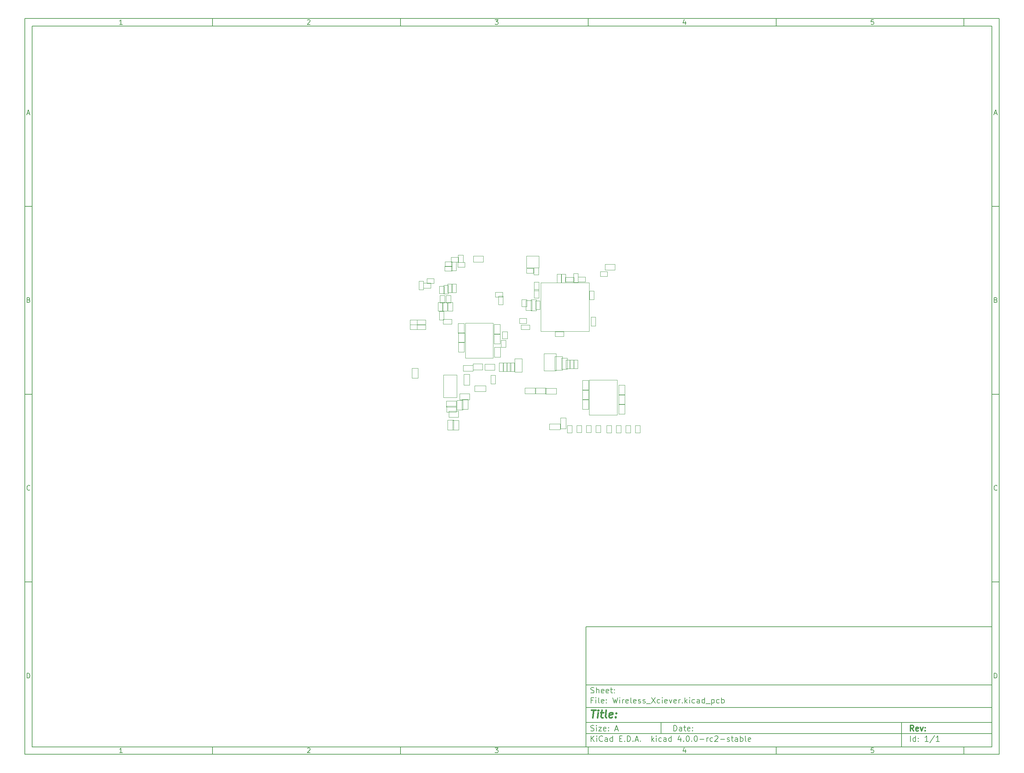
<source format=gbr>
G04 #@! TF.FileFunction,Other,User*
%FSLAX46Y46*%
G04 Gerber Fmt 4.6, Leading zero omitted, Abs format (unit mm)*
G04 Created by KiCad (PCBNEW 4.0.0-rc2-stable) date 1/25/2016 6:21:02 PM*
%MOMM*%
G01*
G04 APERTURE LIST*
%ADD10C,0.100000*%
%ADD11C,0.150000*%
%ADD12C,0.300000*%
%ADD13C,0.400000*%
%ADD14C,0.050000*%
G04 APERTURE END LIST*
D10*
D11*
X159400000Y-171900000D02*
X159400000Y-203900000D01*
X267400000Y-203900000D01*
X267400000Y-171900000D01*
X159400000Y-171900000D01*
D10*
D11*
X10000000Y-10000000D02*
X10000000Y-205900000D01*
X269400000Y-205900000D01*
X269400000Y-10000000D01*
X10000000Y-10000000D01*
D10*
D11*
X12000000Y-12000000D02*
X12000000Y-203900000D01*
X267400000Y-203900000D01*
X267400000Y-12000000D01*
X12000000Y-12000000D01*
D10*
D11*
X60000000Y-12000000D02*
X60000000Y-10000000D01*
D10*
D11*
X110000000Y-12000000D02*
X110000000Y-10000000D01*
D10*
D11*
X160000000Y-12000000D02*
X160000000Y-10000000D01*
D10*
D11*
X210000000Y-12000000D02*
X210000000Y-10000000D01*
D10*
D11*
X260000000Y-12000000D02*
X260000000Y-10000000D01*
D10*
D11*
X35990476Y-11588095D02*
X35247619Y-11588095D01*
X35619048Y-11588095D02*
X35619048Y-10288095D01*
X35495238Y-10473810D01*
X35371429Y-10597619D01*
X35247619Y-10659524D01*
D10*
D11*
X85247619Y-10411905D02*
X85309524Y-10350000D01*
X85433333Y-10288095D01*
X85742857Y-10288095D01*
X85866667Y-10350000D01*
X85928571Y-10411905D01*
X85990476Y-10535714D01*
X85990476Y-10659524D01*
X85928571Y-10845238D01*
X85185714Y-11588095D01*
X85990476Y-11588095D01*
D10*
D11*
X135185714Y-10288095D02*
X135990476Y-10288095D01*
X135557143Y-10783333D01*
X135742857Y-10783333D01*
X135866667Y-10845238D01*
X135928571Y-10907143D01*
X135990476Y-11030952D01*
X135990476Y-11340476D01*
X135928571Y-11464286D01*
X135866667Y-11526190D01*
X135742857Y-11588095D01*
X135371429Y-11588095D01*
X135247619Y-11526190D01*
X135185714Y-11464286D01*
D10*
D11*
X185866667Y-10721429D02*
X185866667Y-11588095D01*
X185557143Y-10226190D02*
X185247619Y-11154762D01*
X186052381Y-11154762D01*
D10*
D11*
X235928571Y-10288095D02*
X235309524Y-10288095D01*
X235247619Y-10907143D01*
X235309524Y-10845238D01*
X235433333Y-10783333D01*
X235742857Y-10783333D01*
X235866667Y-10845238D01*
X235928571Y-10907143D01*
X235990476Y-11030952D01*
X235990476Y-11340476D01*
X235928571Y-11464286D01*
X235866667Y-11526190D01*
X235742857Y-11588095D01*
X235433333Y-11588095D01*
X235309524Y-11526190D01*
X235247619Y-11464286D01*
D10*
D11*
X60000000Y-203900000D02*
X60000000Y-205900000D01*
D10*
D11*
X110000000Y-203900000D02*
X110000000Y-205900000D01*
D10*
D11*
X160000000Y-203900000D02*
X160000000Y-205900000D01*
D10*
D11*
X210000000Y-203900000D02*
X210000000Y-205900000D01*
D10*
D11*
X260000000Y-203900000D02*
X260000000Y-205900000D01*
D10*
D11*
X35990476Y-205488095D02*
X35247619Y-205488095D01*
X35619048Y-205488095D02*
X35619048Y-204188095D01*
X35495238Y-204373810D01*
X35371429Y-204497619D01*
X35247619Y-204559524D01*
D10*
D11*
X85247619Y-204311905D02*
X85309524Y-204250000D01*
X85433333Y-204188095D01*
X85742857Y-204188095D01*
X85866667Y-204250000D01*
X85928571Y-204311905D01*
X85990476Y-204435714D01*
X85990476Y-204559524D01*
X85928571Y-204745238D01*
X85185714Y-205488095D01*
X85990476Y-205488095D01*
D10*
D11*
X135185714Y-204188095D02*
X135990476Y-204188095D01*
X135557143Y-204683333D01*
X135742857Y-204683333D01*
X135866667Y-204745238D01*
X135928571Y-204807143D01*
X135990476Y-204930952D01*
X135990476Y-205240476D01*
X135928571Y-205364286D01*
X135866667Y-205426190D01*
X135742857Y-205488095D01*
X135371429Y-205488095D01*
X135247619Y-205426190D01*
X135185714Y-205364286D01*
D10*
D11*
X185866667Y-204621429D02*
X185866667Y-205488095D01*
X185557143Y-204126190D02*
X185247619Y-205054762D01*
X186052381Y-205054762D01*
D10*
D11*
X235928571Y-204188095D02*
X235309524Y-204188095D01*
X235247619Y-204807143D01*
X235309524Y-204745238D01*
X235433333Y-204683333D01*
X235742857Y-204683333D01*
X235866667Y-204745238D01*
X235928571Y-204807143D01*
X235990476Y-204930952D01*
X235990476Y-205240476D01*
X235928571Y-205364286D01*
X235866667Y-205426190D01*
X235742857Y-205488095D01*
X235433333Y-205488095D01*
X235309524Y-205426190D01*
X235247619Y-205364286D01*
D10*
D11*
X10000000Y-60000000D02*
X12000000Y-60000000D01*
D10*
D11*
X10000000Y-110000000D02*
X12000000Y-110000000D01*
D10*
D11*
X10000000Y-160000000D02*
X12000000Y-160000000D01*
D10*
D11*
X10690476Y-35216667D02*
X11309524Y-35216667D01*
X10566667Y-35588095D02*
X11000000Y-34288095D01*
X11433333Y-35588095D01*
D10*
D11*
X11092857Y-84907143D02*
X11278571Y-84969048D01*
X11340476Y-85030952D01*
X11402381Y-85154762D01*
X11402381Y-85340476D01*
X11340476Y-85464286D01*
X11278571Y-85526190D01*
X11154762Y-85588095D01*
X10659524Y-85588095D01*
X10659524Y-84288095D01*
X11092857Y-84288095D01*
X11216667Y-84350000D01*
X11278571Y-84411905D01*
X11340476Y-84535714D01*
X11340476Y-84659524D01*
X11278571Y-84783333D01*
X11216667Y-84845238D01*
X11092857Y-84907143D01*
X10659524Y-84907143D01*
D10*
D11*
X11402381Y-135464286D02*
X11340476Y-135526190D01*
X11154762Y-135588095D01*
X11030952Y-135588095D01*
X10845238Y-135526190D01*
X10721429Y-135402381D01*
X10659524Y-135278571D01*
X10597619Y-135030952D01*
X10597619Y-134845238D01*
X10659524Y-134597619D01*
X10721429Y-134473810D01*
X10845238Y-134350000D01*
X11030952Y-134288095D01*
X11154762Y-134288095D01*
X11340476Y-134350000D01*
X11402381Y-134411905D01*
D10*
D11*
X10659524Y-185588095D02*
X10659524Y-184288095D01*
X10969048Y-184288095D01*
X11154762Y-184350000D01*
X11278571Y-184473810D01*
X11340476Y-184597619D01*
X11402381Y-184845238D01*
X11402381Y-185030952D01*
X11340476Y-185278571D01*
X11278571Y-185402381D01*
X11154762Y-185526190D01*
X10969048Y-185588095D01*
X10659524Y-185588095D01*
D10*
D11*
X269400000Y-60000000D02*
X267400000Y-60000000D01*
D10*
D11*
X269400000Y-110000000D02*
X267400000Y-110000000D01*
D10*
D11*
X269400000Y-160000000D02*
X267400000Y-160000000D01*
D10*
D11*
X268090476Y-35216667D02*
X268709524Y-35216667D01*
X267966667Y-35588095D02*
X268400000Y-34288095D01*
X268833333Y-35588095D01*
D10*
D11*
X268492857Y-84907143D02*
X268678571Y-84969048D01*
X268740476Y-85030952D01*
X268802381Y-85154762D01*
X268802381Y-85340476D01*
X268740476Y-85464286D01*
X268678571Y-85526190D01*
X268554762Y-85588095D01*
X268059524Y-85588095D01*
X268059524Y-84288095D01*
X268492857Y-84288095D01*
X268616667Y-84350000D01*
X268678571Y-84411905D01*
X268740476Y-84535714D01*
X268740476Y-84659524D01*
X268678571Y-84783333D01*
X268616667Y-84845238D01*
X268492857Y-84907143D01*
X268059524Y-84907143D01*
D10*
D11*
X268802381Y-135464286D02*
X268740476Y-135526190D01*
X268554762Y-135588095D01*
X268430952Y-135588095D01*
X268245238Y-135526190D01*
X268121429Y-135402381D01*
X268059524Y-135278571D01*
X267997619Y-135030952D01*
X267997619Y-134845238D01*
X268059524Y-134597619D01*
X268121429Y-134473810D01*
X268245238Y-134350000D01*
X268430952Y-134288095D01*
X268554762Y-134288095D01*
X268740476Y-134350000D01*
X268802381Y-134411905D01*
D10*
D11*
X268059524Y-185588095D02*
X268059524Y-184288095D01*
X268369048Y-184288095D01*
X268554762Y-184350000D01*
X268678571Y-184473810D01*
X268740476Y-184597619D01*
X268802381Y-184845238D01*
X268802381Y-185030952D01*
X268740476Y-185278571D01*
X268678571Y-185402381D01*
X268554762Y-185526190D01*
X268369048Y-185588095D01*
X268059524Y-185588095D01*
D10*
D11*
X182757143Y-199678571D02*
X182757143Y-198178571D01*
X183114286Y-198178571D01*
X183328571Y-198250000D01*
X183471429Y-198392857D01*
X183542857Y-198535714D01*
X183614286Y-198821429D01*
X183614286Y-199035714D01*
X183542857Y-199321429D01*
X183471429Y-199464286D01*
X183328571Y-199607143D01*
X183114286Y-199678571D01*
X182757143Y-199678571D01*
X184900000Y-199678571D02*
X184900000Y-198892857D01*
X184828571Y-198750000D01*
X184685714Y-198678571D01*
X184400000Y-198678571D01*
X184257143Y-198750000D01*
X184900000Y-199607143D02*
X184757143Y-199678571D01*
X184400000Y-199678571D01*
X184257143Y-199607143D01*
X184185714Y-199464286D01*
X184185714Y-199321429D01*
X184257143Y-199178571D01*
X184400000Y-199107143D01*
X184757143Y-199107143D01*
X184900000Y-199035714D01*
X185400000Y-198678571D02*
X185971429Y-198678571D01*
X185614286Y-198178571D02*
X185614286Y-199464286D01*
X185685714Y-199607143D01*
X185828572Y-199678571D01*
X185971429Y-199678571D01*
X187042857Y-199607143D02*
X186900000Y-199678571D01*
X186614286Y-199678571D01*
X186471429Y-199607143D01*
X186400000Y-199464286D01*
X186400000Y-198892857D01*
X186471429Y-198750000D01*
X186614286Y-198678571D01*
X186900000Y-198678571D01*
X187042857Y-198750000D01*
X187114286Y-198892857D01*
X187114286Y-199035714D01*
X186400000Y-199178571D01*
X187757143Y-199535714D02*
X187828571Y-199607143D01*
X187757143Y-199678571D01*
X187685714Y-199607143D01*
X187757143Y-199535714D01*
X187757143Y-199678571D01*
X187757143Y-198750000D02*
X187828571Y-198821429D01*
X187757143Y-198892857D01*
X187685714Y-198821429D01*
X187757143Y-198750000D01*
X187757143Y-198892857D01*
D10*
D11*
X159400000Y-200400000D02*
X267400000Y-200400000D01*
D10*
D11*
X160757143Y-202478571D02*
X160757143Y-200978571D01*
X161614286Y-202478571D02*
X160971429Y-201621429D01*
X161614286Y-200978571D02*
X160757143Y-201835714D01*
X162257143Y-202478571D02*
X162257143Y-201478571D01*
X162257143Y-200978571D02*
X162185714Y-201050000D01*
X162257143Y-201121429D01*
X162328571Y-201050000D01*
X162257143Y-200978571D01*
X162257143Y-201121429D01*
X163828572Y-202335714D02*
X163757143Y-202407143D01*
X163542857Y-202478571D01*
X163400000Y-202478571D01*
X163185715Y-202407143D01*
X163042857Y-202264286D01*
X162971429Y-202121429D01*
X162900000Y-201835714D01*
X162900000Y-201621429D01*
X162971429Y-201335714D01*
X163042857Y-201192857D01*
X163185715Y-201050000D01*
X163400000Y-200978571D01*
X163542857Y-200978571D01*
X163757143Y-201050000D01*
X163828572Y-201121429D01*
X165114286Y-202478571D02*
X165114286Y-201692857D01*
X165042857Y-201550000D01*
X164900000Y-201478571D01*
X164614286Y-201478571D01*
X164471429Y-201550000D01*
X165114286Y-202407143D02*
X164971429Y-202478571D01*
X164614286Y-202478571D01*
X164471429Y-202407143D01*
X164400000Y-202264286D01*
X164400000Y-202121429D01*
X164471429Y-201978571D01*
X164614286Y-201907143D01*
X164971429Y-201907143D01*
X165114286Y-201835714D01*
X166471429Y-202478571D02*
X166471429Y-200978571D01*
X166471429Y-202407143D02*
X166328572Y-202478571D01*
X166042858Y-202478571D01*
X165900000Y-202407143D01*
X165828572Y-202335714D01*
X165757143Y-202192857D01*
X165757143Y-201764286D01*
X165828572Y-201621429D01*
X165900000Y-201550000D01*
X166042858Y-201478571D01*
X166328572Y-201478571D01*
X166471429Y-201550000D01*
X168328572Y-201692857D02*
X168828572Y-201692857D01*
X169042858Y-202478571D02*
X168328572Y-202478571D01*
X168328572Y-200978571D01*
X169042858Y-200978571D01*
X169685715Y-202335714D02*
X169757143Y-202407143D01*
X169685715Y-202478571D01*
X169614286Y-202407143D01*
X169685715Y-202335714D01*
X169685715Y-202478571D01*
X170400001Y-202478571D02*
X170400001Y-200978571D01*
X170757144Y-200978571D01*
X170971429Y-201050000D01*
X171114287Y-201192857D01*
X171185715Y-201335714D01*
X171257144Y-201621429D01*
X171257144Y-201835714D01*
X171185715Y-202121429D01*
X171114287Y-202264286D01*
X170971429Y-202407143D01*
X170757144Y-202478571D01*
X170400001Y-202478571D01*
X171900001Y-202335714D02*
X171971429Y-202407143D01*
X171900001Y-202478571D01*
X171828572Y-202407143D01*
X171900001Y-202335714D01*
X171900001Y-202478571D01*
X172542858Y-202050000D02*
X173257144Y-202050000D01*
X172400001Y-202478571D02*
X172900001Y-200978571D01*
X173400001Y-202478571D01*
X173900001Y-202335714D02*
X173971429Y-202407143D01*
X173900001Y-202478571D01*
X173828572Y-202407143D01*
X173900001Y-202335714D01*
X173900001Y-202478571D01*
X176900001Y-202478571D02*
X176900001Y-200978571D01*
X177042858Y-201907143D02*
X177471429Y-202478571D01*
X177471429Y-201478571D02*
X176900001Y-202050000D01*
X178114287Y-202478571D02*
X178114287Y-201478571D01*
X178114287Y-200978571D02*
X178042858Y-201050000D01*
X178114287Y-201121429D01*
X178185715Y-201050000D01*
X178114287Y-200978571D01*
X178114287Y-201121429D01*
X179471430Y-202407143D02*
X179328573Y-202478571D01*
X179042859Y-202478571D01*
X178900001Y-202407143D01*
X178828573Y-202335714D01*
X178757144Y-202192857D01*
X178757144Y-201764286D01*
X178828573Y-201621429D01*
X178900001Y-201550000D01*
X179042859Y-201478571D01*
X179328573Y-201478571D01*
X179471430Y-201550000D01*
X180757144Y-202478571D02*
X180757144Y-201692857D01*
X180685715Y-201550000D01*
X180542858Y-201478571D01*
X180257144Y-201478571D01*
X180114287Y-201550000D01*
X180757144Y-202407143D02*
X180614287Y-202478571D01*
X180257144Y-202478571D01*
X180114287Y-202407143D01*
X180042858Y-202264286D01*
X180042858Y-202121429D01*
X180114287Y-201978571D01*
X180257144Y-201907143D01*
X180614287Y-201907143D01*
X180757144Y-201835714D01*
X182114287Y-202478571D02*
X182114287Y-200978571D01*
X182114287Y-202407143D02*
X181971430Y-202478571D01*
X181685716Y-202478571D01*
X181542858Y-202407143D01*
X181471430Y-202335714D01*
X181400001Y-202192857D01*
X181400001Y-201764286D01*
X181471430Y-201621429D01*
X181542858Y-201550000D01*
X181685716Y-201478571D01*
X181971430Y-201478571D01*
X182114287Y-201550000D01*
X184614287Y-201478571D02*
X184614287Y-202478571D01*
X184257144Y-200907143D02*
X183900001Y-201978571D01*
X184828573Y-201978571D01*
X185400001Y-202335714D02*
X185471429Y-202407143D01*
X185400001Y-202478571D01*
X185328572Y-202407143D01*
X185400001Y-202335714D01*
X185400001Y-202478571D01*
X186400001Y-200978571D02*
X186542858Y-200978571D01*
X186685715Y-201050000D01*
X186757144Y-201121429D01*
X186828573Y-201264286D01*
X186900001Y-201550000D01*
X186900001Y-201907143D01*
X186828573Y-202192857D01*
X186757144Y-202335714D01*
X186685715Y-202407143D01*
X186542858Y-202478571D01*
X186400001Y-202478571D01*
X186257144Y-202407143D01*
X186185715Y-202335714D01*
X186114287Y-202192857D01*
X186042858Y-201907143D01*
X186042858Y-201550000D01*
X186114287Y-201264286D01*
X186185715Y-201121429D01*
X186257144Y-201050000D01*
X186400001Y-200978571D01*
X187542858Y-202335714D02*
X187614286Y-202407143D01*
X187542858Y-202478571D01*
X187471429Y-202407143D01*
X187542858Y-202335714D01*
X187542858Y-202478571D01*
X188542858Y-200978571D02*
X188685715Y-200978571D01*
X188828572Y-201050000D01*
X188900001Y-201121429D01*
X188971430Y-201264286D01*
X189042858Y-201550000D01*
X189042858Y-201907143D01*
X188971430Y-202192857D01*
X188900001Y-202335714D01*
X188828572Y-202407143D01*
X188685715Y-202478571D01*
X188542858Y-202478571D01*
X188400001Y-202407143D01*
X188328572Y-202335714D01*
X188257144Y-202192857D01*
X188185715Y-201907143D01*
X188185715Y-201550000D01*
X188257144Y-201264286D01*
X188328572Y-201121429D01*
X188400001Y-201050000D01*
X188542858Y-200978571D01*
X189685715Y-201907143D02*
X190828572Y-201907143D01*
X191542858Y-202478571D02*
X191542858Y-201478571D01*
X191542858Y-201764286D02*
X191614286Y-201621429D01*
X191685715Y-201550000D01*
X191828572Y-201478571D01*
X191971429Y-201478571D01*
X193114286Y-202407143D02*
X192971429Y-202478571D01*
X192685715Y-202478571D01*
X192542857Y-202407143D01*
X192471429Y-202335714D01*
X192400000Y-202192857D01*
X192400000Y-201764286D01*
X192471429Y-201621429D01*
X192542857Y-201550000D01*
X192685715Y-201478571D01*
X192971429Y-201478571D01*
X193114286Y-201550000D01*
X193685714Y-201121429D02*
X193757143Y-201050000D01*
X193900000Y-200978571D01*
X194257143Y-200978571D01*
X194400000Y-201050000D01*
X194471429Y-201121429D01*
X194542857Y-201264286D01*
X194542857Y-201407143D01*
X194471429Y-201621429D01*
X193614286Y-202478571D01*
X194542857Y-202478571D01*
X195185714Y-201907143D02*
X196328571Y-201907143D01*
X196971428Y-202407143D02*
X197114285Y-202478571D01*
X197400000Y-202478571D01*
X197542857Y-202407143D01*
X197614285Y-202264286D01*
X197614285Y-202192857D01*
X197542857Y-202050000D01*
X197400000Y-201978571D01*
X197185714Y-201978571D01*
X197042857Y-201907143D01*
X196971428Y-201764286D01*
X196971428Y-201692857D01*
X197042857Y-201550000D01*
X197185714Y-201478571D01*
X197400000Y-201478571D01*
X197542857Y-201550000D01*
X198042857Y-201478571D02*
X198614286Y-201478571D01*
X198257143Y-200978571D02*
X198257143Y-202264286D01*
X198328571Y-202407143D01*
X198471429Y-202478571D01*
X198614286Y-202478571D01*
X199757143Y-202478571D02*
X199757143Y-201692857D01*
X199685714Y-201550000D01*
X199542857Y-201478571D01*
X199257143Y-201478571D01*
X199114286Y-201550000D01*
X199757143Y-202407143D02*
X199614286Y-202478571D01*
X199257143Y-202478571D01*
X199114286Y-202407143D01*
X199042857Y-202264286D01*
X199042857Y-202121429D01*
X199114286Y-201978571D01*
X199257143Y-201907143D01*
X199614286Y-201907143D01*
X199757143Y-201835714D01*
X200471429Y-202478571D02*
X200471429Y-200978571D01*
X200471429Y-201550000D02*
X200614286Y-201478571D01*
X200900000Y-201478571D01*
X201042857Y-201550000D01*
X201114286Y-201621429D01*
X201185715Y-201764286D01*
X201185715Y-202192857D01*
X201114286Y-202335714D01*
X201042857Y-202407143D01*
X200900000Y-202478571D01*
X200614286Y-202478571D01*
X200471429Y-202407143D01*
X202042858Y-202478571D02*
X201900000Y-202407143D01*
X201828572Y-202264286D01*
X201828572Y-200978571D01*
X203185714Y-202407143D02*
X203042857Y-202478571D01*
X202757143Y-202478571D01*
X202614286Y-202407143D01*
X202542857Y-202264286D01*
X202542857Y-201692857D01*
X202614286Y-201550000D01*
X202757143Y-201478571D01*
X203042857Y-201478571D01*
X203185714Y-201550000D01*
X203257143Y-201692857D01*
X203257143Y-201835714D01*
X202542857Y-201978571D01*
D10*
D11*
X159400000Y-197400000D02*
X267400000Y-197400000D01*
D10*
D12*
X246614286Y-199678571D02*
X246114286Y-198964286D01*
X245757143Y-199678571D02*
X245757143Y-198178571D01*
X246328571Y-198178571D01*
X246471429Y-198250000D01*
X246542857Y-198321429D01*
X246614286Y-198464286D01*
X246614286Y-198678571D01*
X246542857Y-198821429D01*
X246471429Y-198892857D01*
X246328571Y-198964286D01*
X245757143Y-198964286D01*
X247828571Y-199607143D02*
X247685714Y-199678571D01*
X247400000Y-199678571D01*
X247257143Y-199607143D01*
X247185714Y-199464286D01*
X247185714Y-198892857D01*
X247257143Y-198750000D01*
X247400000Y-198678571D01*
X247685714Y-198678571D01*
X247828571Y-198750000D01*
X247900000Y-198892857D01*
X247900000Y-199035714D01*
X247185714Y-199178571D01*
X248400000Y-198678571D02*
X248757143Y-199678571D01*
X249114285Y-198678571D01*
X249685714Y-199535714D02*
X249757142Y-199607143D01*
X249685714Y-199678571D01*
X249614285Y-199607143D01*
X249685714Y-199535714D01*
X249685714Y-199678571D01*
X249685714Y-198750000D02*
X249757142Y-198821429D01*
X249685714Y-198892857D01*
X249614285Y-198821429D01*
X249685714Y-198750000D01*
X249685714Y-198892857D01*
D10*
D11*
X160685714Y-199607143D02*
X160900000Y-199678571D01*
X161257143Y-199678571D01*
X161400000Y-199607143D01*
X161471429Y-199535714D01*
X161542857Y-199392857D01*
X161542857Y-199250000D01*
X161471429Y-199107143D01*
X161400000Y-199035714D01*
X161257143Y-198964286D01*
X160971429Y-198892857D01*
X160828571Y-198821429D01*
X160757143Y-198750000D01*
X160685714Y-198607143D01*
X160685714Y-198464286D01*
X160757143Y-198321429D01*
X160828571Y-198250000D01*
X160971429Y-198178571D01*
X161328571Y-198178571D01*
X161542857Y-198250000D01*
X162185714Y-199678571D02*
X162185714Y-198678571D01*
X162185714Y-198178571D02*
X162114285Y-198250000D01*
X162185714Y-198321429D01*
X162257142Y-198250000D01*
X162185714Y-198178571D01*
X162185714Y-198321429D01*
X162757143Y-198678571D02*
X163542857Y-198678571D01*
X162757143Y-199678571D01*
X163542857Y-199678571D01*
X164685714Y-199607143D02*
X164542857Y-199678571D01*
X164257143Y-199678571D01*
X164114286Y-199607143D01*
X164042857Y-199464286D01*
X164042857Y-198892857D01*
X164114286Y-198750000D01*
X164257143Y-198678571D01*
X164542857Y-198678571D01*
X164685714Y-198750000D01*
X164757143Y-198892857D01*
X164757143Y-199035714D01*
X164042857Y-199178571D01*
X165400000Y-199535714D02*
X165471428Y-199607143D01*
X165400000Y-199678571D01*
X165328571Y-199607143D01*
X165400000Y-199535714D01*
X165400000Y-199678571D01*
X165400000Y-198750000D02*
X165471428Y-198821429D01*
X165400000Y-198892857D01*
X165328571Y-198821429D01*
X165400000Y-198750000D01*
X165400000Y-198892857D01*
X167185714Y-199250000D02*
X167900000Y-199250000D01*
X167042857Y-199678571D02*
X167542857Y-198178571D01*
X168042857Y-199678571D01*
D10*
D11*
X245757143Y-202478571D02*
X245757143Y-200978571D01*
X247114286Y-202478571D02*
X247114286Y-200978571D01*
X247114286Y-202407143D02*
X246971429Y-202478571D01*
X246685715Y-202478571D01*
X246542857Y-202407143D01*
X246471429Y-202335714D01*
X246400000Y-202192857D01*
X246400000Y-201764286D01*
X246471429Y-201621429D01*
X246542857Y-201550000D01*
X246685715Y-201478571D01*
X246971429Y-201478571D01*
X247114286Y-201550000D01*
X247828572Y-202335714D02*
X247900000Y-202407143D01*
X247828572Y-202478571D01*
X247757143Y-202407143D01*
X247828572Y-202335714D01*
X247828572Y-202478571D01*
X247828572Y-201550000D02*
X247900000Y-201621429D01*
X247828572Y-201692857D01*
X247757143Y-201621429D01*
X247828572Y-201550000D01*
X247828572Y-201692857D01*
X250471429Y-202478571D02*
X249614286Y-202478571D01*
X250042858Y-202478571D02*
X250042858Y-200978571D01*
X249900001Y-201192857D01*
X249757143Y-201335714D01*
X249614286Y-201407143D01*
X252185714Y-200907143D02*
X250900000Y-202835714D01*
X253471429Y-202478571D02*
X252614286Y-202478571D01*
X253042858Y-202478571D02*
X253042858Y-200978571D01*
X252900001Y-201192857D01*
X252757143Y-201335714D01*
X252614286Y-201407143D01*
D10*
D11*
X159400000Y-193400000D02*
X267400000Y-193400000D01*
D10*
D13*
X160852381Y-194104762D02*
X161995238Y-194104762D01*
X161173810Y-196104762D02*
X161423810Y-194104762D01*
X162411905Y-196104762D02*
X162578571Y-194771429D01*
X162661905Y-194104762D02*
X162554762Y-194200000D01*
X162638095Y-194295238D01*
X162745239Y-194200000D01*
X162661905Y-194104762D01*
X162638095Y-194295238D01*
X163245238Y-194771429D02*
X164007143Y-194771429D01*
X163614286Y-194104762D02*
X163400000Y-195819048D01*
X163471430Y-196009524D01*
X163650001Y-196104762D01*
X163840477Y-196104762D01*
X164792858Y-196104762D02*
X164614287Y-196009524D01*
X164542857Y-195819048D01*
X164757143Y-194104762D01*
X166328572Y-196009524D02*
X166126191Y-196104762D01*
X165745239Y-196104762D01*
X165566667Y-196009524D01*
X165495238Y-195819048D01*
X165590476Y-195057143D01*
X165709524Y-194866667D01*
X165911905Y-194771429D01*
X166292857Y-194771429D01*
X166471429Y-194866667D01*
X166542857Y-195057143D01*
X166519048Y-195247619D01*
X165542857Y-195438095D01*
X167292857Y-195914286D02*
X167376192Y-196009524D01*
X167269048Y-196104762D01*
X167185715Y-196009524D01*
X167292857Y-195914286D01*
X167269048Y-196104762D01*
X167423810Y-194866667D02*
X167507144Y-194961905D01*
X167400000Y-195057143D01*
X167316667Y-194961905D01*
X167423810Y-194866667D01*
X167400000Y-195057143D01*
D10*
D11*
X161257143Y-191492857D02*
X160757143Y-191492857D01*
X160757143Y-192278571D02*
X160757143Y-190778571D01*
X161471429Y-190778571D01*
X162042857Y-192278571D02*
X162042857Y-191278571D01*
X162042857Y-190778571D02*
X161971428Y-190850000D01*
X162042857Y-190921429D01*
X162114285Y-190850000D01*
X162042857Y-190778571D01*
X162042857Y-190921429D01*
X162971429Y-192278571D02*
X162828571Y-192207143D01*
X162757143Y-192064286D01*
X162757143Y-190778571D01*
X164114285Y-192207143D02*
X163971428Y-192278571D01*
X163685714Y-192278571D01*
X163542857Y-192207143D01*
X163471428Y-192064286D01*
X163471428Y-191492857D01*
X163542857Y-191350000D01*
X163685714Y-191278571D01*
X163971428Y-191278571D01*
X164114285Y-191350000D01*
X164185714Y-191492857D01*
X164185714Y-191635714D01*
X163471428Y-191778571D01*
X164828571Y-192135714D02*
X164899999Y-192207143D01*
X164828571Y-192278571D01*
X164757142Y-192207143D01*
X164828571Y-192135714D01*
X164828571Y-192278571D01*
X164828571Y-191350000D02*
X164899999Y-191421429D01*
X164828571Y-191492857D01*
X164757142Y-191421429D01*
X164828571Y-191350000D01*
X164828571Y-191492857D01*
X166542857Y-190778571D02*
X166900000Y-192278571D01*
X167185714Y-191207143D01*
X167471428Y-192278571D01*
X167828571Y-190778571D01*
X168400000Y-192278571D02*
X168400000Y-191278571D01*
X168400000Y-190778571D02*
X168328571Y-190850000D01*
X168400000Y-190921429D01*
X168471428Y-190850000D01*
X168400000Y-190778571D01*
X168400000Y-190921429D01*
X169114286Y-192278571D02*
X169114286Y-191278571D01*
X169114286Y-191564286D02*
X169185714Y-191421429D01*
X169257143Y-191350000D01*
X169400000Y-191278571D01*
X169542857Y-191278571D01*
X170614285Y-192207143D02*
X170471428Y-192278571D01*
X170185714Y-192278571D01*
X170042857Y-192207143D01*
X169971428Y-192064286D01*
X169971428Y-191492857D01*
X170042857Y-191350000D01*
X170185714Y-191278571D01*
X170471428Y-191278571D01*
X170614285Y-191350000D01*
X170685714Y-191492857D01*
X170685714Y-191635714D01*
X169971428Y-191778571D01*
X171542857Y-192278571D02*
X171399999Y-192207143D01*
X171328571Y-192064286D01*
X171328571Y-190778571D01*
X172685713Y-192207143D02*
X172542856Y-192278571D01*
X172257142Y-192278571D01*
X172114285Y-192207143D01*
X172042856Y-192064286D01*
X172042856Y-191492857D01*
X172114285Y-191350000D01*
X172257142Y-191278571D01*
X172542856Y-191278571D01*
X172685713Y-191350000D01*
X172757142Y-191492857D01*
X172757142Y-191635714D01*
X172042856Y-191778571D01*
X173328570Y-192207143D02*
X173471427Y-192278571D01*
X173757142Y-192278571D01*
X173899999Y-192207143D01*
X173971427Y-192064286D01*
X173971427Y-191992857D01*
X173899999Y-191850000D01*
X173757142Y-191778571D01*
X173542856Y-191778571D01*
X173399999Y-191707143D01*
X173328570Y-191564286D01*
X173328570Y-191492857D01*
X173399999Y-191350000D01*
X173542856Y-191278571D01*
X173757142Y-191278571D01*
X173899999Y-191350000D01*
X174542856Y-192207143D02*
X174685713Y-192278571D01*
X174971428Y-192278571D01*
X175114285Y-192207143D01*
X175185713Y-192064286D01*
X175185713Y-191992857D01*
X175114285Y-191850000D01*
X174971428Y-191778571D01*
X174757142Y-191778571D01*
X174614285Y-191707143D01*
X174542856Y-191564286D01*
X174542856Y-191492857D01*
X174614285Y-191350000D01*
X174757142Y-191278571D01*
X174971428Y-191278571D01*
X175114285Y-191350000D01*
X175471428Y-192421429D02*
X176614285Y-192421429D01*
X176828571Y-190778571D02*
X177828571Y-192278571D01*
X177828571Y-190778571D02*
X176828571Y-192278571D01*
X179042856Y-192207143D02*
X178899999Y-192278571D01*
X178614285Y-192278571D01*
X178471427Y-192207143D01*
X178399999Y-192135714D01*
X178328570Y-191992857D01*
X178328570Y-191564286D01*
X178399999Y-191421429D01*
X178471427Y-191350000D01*
X178614285Y-191278571D01*
X178899999Y-191278571D01*
X179042856Y-191350000D01*
X179685713Y-192278571D02*
X179685713Y-191278571D01*
X179685713Y-190778571D02*
X179614284Y-190850000D01*
X179685713Y-190921429D01*
X179757141Y-190850000D01*
X179685713Y-190778571D01*
X179685713Y-190921429D01*
X180971427Y-192207143D02*
X180828570Y-192278571D01*
X180542856Y-192278571D01*
X180399999Y-192207143D01*
X180328570Y-192064286D01*
X180328570Y-191492857D01*
X180399999Y-191350000D01*
X180542856Y-191278571D01*
X180828570Y-191278571D01*
X180971427Y-191350000D01*
X181042856Y-191492857D01*
X181042856Y-191635714D01*
X180328570Y-191778571D01*
X181542856Y-191278571D02*
X181899999Y-192278571D01*
X182257141Y-191278571D01*
X183399998Y-192207143D02*
X183257141Y-192278571D01*
X182971427Y-192278571D01*
X182828570Y-192207143D01*
X182757141Y-192064286D01*
X182757141Y-191492857D01*
X182828570Y-191350000D01*
X182971427Y-191278571D01*
X183257141Y-191278571D01*
X183399998Y-191350000D01*
X183471427Y-191492857D01*
X183471427Y-191635714D01*
X182757141Y-191778571D01*
X184114284Y-192278571D02*
X184114284Y-191278571D01*
X184114284Y-191564286D02*
X184185712Y-191421429D01*
X184257141Y-191350000D01*
X184399998Y-191278571D01*
X184542855Y-191278571D01*
X185042855Y-192135714D02*
X185114283Y-192207143D01*
X185042855Y-192278571D01*
X184971426Y-192207143D01*
X185042855Y-192135714D01*
X185042855Y-192278571D01*
X185757141Y-192278571D02*
X185757141Y-190778571D01*
X185899998Y-191707143D02*
X186328569Y-192278571D01*
X186328569Y-191278571D02*
X185757141Y-191850000D01*
X186971427Y-192278571D02*
X186971427Y-191278571D01*
X186971427Y-190778571D02*
X186899998Y-190850000D01*
X186971427Y-190921429D01*
X187042855Y-190850000D01*
X186971427Y-190778571D01*
X186971427Y-190921429D01*
X188328570Y-192207143D02*
X188185713Y-192278571D01*
X187899999Y-192278571D01*
X187757141Y-192207143D01*
X187685713Y-192135714D01*
X187614284Y-191992857D01*
X187614284Y-191564286D01*
X187685713Y-191421429D01*
X187757141Y-191350000D01*
X187899999Y-191278571D01*
X188185713Y-191278571D01*
X188328570Y-191350000D01*
X189614284Y-192278571D02*
X189614284Y-191492857D01*
X189542855Y-191350000D01*
X189399998Y-191278571D01*
X189114284Y-191278571D01*
X188971427Y-191350000D01*
X189614284Y-192207143D02*
X189471427Y-192278571D01*
X189114284Y-192278571D01*
X188971427Y-192207143D01*
X188899998Y-192064286D01*
X188899998Y-191921429D01*
X188971427Y-191778571D01*
X189114284Y-191707143D01*
X189471427Y-191707143D01*
X189614284Y-191635714D01*
X190971427Y-192278571D02*
X190971427Y-190778571D01*
X190971427Y-192207143D02*
X190828570Y-192278571D01*
X190542856Y-192278571D01*
X190399998Y-192207143D01*
X190328570Y-192135714D01*
X190257141Y-191992857D01*
X190257141Y-191564286D01*
X190328570Y-191421429D01*
X190399998Y-191350000D01*
X190542856Y-191278571D01*
X190828570Y-191278571D01*
X190971427Y-191350000D01*
X191328570Y-192421429D02*
X192471427Y-192421429D01*
X192828570Y-191278571D02*
X192828570Y-192778571D01*
X192828570Y-191350000D02*
X192971427Y-191278571D01*
X193257141Y-191278571D01*
X193399998Y-191350000D01*
X193471427Y-191421429D01*
X193542856Y-191564286D01*
X193542856Y-191992857D01*
X193471427Y-192135714D01*
X193399998Y-192207143D01*
X193257141Y-192278571D01*
X192971427Y-192278571D01*
X192828570Y-192207143D01*
X194828570Y-192207143D02*
X194685713Y-192278571D01*
X194399999Y-192278571D01*
X194257141Y-192207143D01*
X194185713Y-192135714D01*
X194114284Y-191992857D01*
X194114284Y-191564286D01*
X194185713Y-191421429D01*
X194257141Y-191350000D01*
X194399999Y-191278571D01*
X194685713Y-191278571D01*
X194828570Y-191350000D01*
X195471427Y-192278571D02*
X195471427Y-190778571D01*
X195471427Y-191350000D02*
X195614284Y-191278571D01*
X195899998Y-191278571D01*
X196042855Y-191350000D01*
X196114284Y-191421429D01*
X196185713Y-191564286D01*
X196185713Y-191992857D01*
X196114284Y-192135714D01*
X196042855Y-192207143D01*
X195899998Y-192278571D01*
X195614284Y-192278571D01*
X195471427Y-192207143D01*
D10*
D11*
X159400000Y-187400000D02*
X267400000Y-187400000D01*
D10*
D11*
X160685714Y-189507143D02*
X160900000Y-189578571D01*
X161257143Y-189578571D01*
X161400000Y-189507143D01*
X161471429Y-189435714D01*
X161542857Y-189292857D01*
X161542857Y-189150000D01*
X161471429Y-189007143D01*
X161400000Y-188935714D01*
X161257143Y-188864286D01*
X160971429Y-188792857D01*
X160828571Y-188721429D01*
X160757143Y-188650000D01*
X160685714Y-188507143D01*
X160685714Y-188364286D01*
X160757143Y-188221429D01*
X160828571Y-188150000D01*
X160971429Y-188078571D01*
X161328571Y-188078571D01*
X161542857Y-188150000D01*
X162185714Y-189578571D02*
X162185714Y-188078571D01*
X162828571Y-189578571D02*
X162828571Y-188792857D01*
X162757142Y-188650000D01*
X162614285Y-188578571D01*
X162400000Y-188578571D01*
X162257142Y-188650000D01*
X162185714Y-188721429D01*
X164114285Y-189507143D02*
X163971428Y-189578571D01*
X163685714Y-189578571D01*
X163542857Y-189507143D01*
X163471428Y-189364286D01*
X163471428Y-188792857D01*
X163542857Y-188650000D01*
X163685714Y-188578571D01*
X163971428Y-188578571D01*
X164114285Y-188650000D01*
X164185714Y-188792857D01*
X164185714Y-188935714D01*
X163471428Y-189078571D01*
X165399999Y-189507143D02*
X165257142Y-189578571D01*
X164971428Y-189578571D01*
X164828571Y-189507143D01*
X164757142Y-189364286D01*
X164757142Y-188792857D01*
X164828571Y-188650000D01*
X164971428Y-188578571D01*
X165257142Y-188578571D01*
X165399999Y-188650000D01*
X165471428Y-188792857D01*
X165471428Y-188935714D01*
X164757142Y-189078571D01*
X165899999Y-188578571D02*
X166471428Y-188578571D01*
X166114285Y-188078571D02*
X166114285Y-189364286D01*
X166185713Y-189507143D01*
X166328571Y-189578571D01*
X166471428Y-189578571D01*
X166971428Y-189435714D02*
X167042856Y-189507143D01*
X166971428Y-189578571D01*
X166899999Y-189507143D01*
X166971428Y-189435714D01*
X166971428Y-189578571D01*
X166971428Y-188650000D02*
X167042856Y-188721429D01*
X166971428Y-188792857D01*
X166899999Y-188721429D01*
X166971428Y-188650000D01*
X166971428Y-188792857D01*
D10*
D11*
X179400000Y-197400000D02*
X179400000Y-200400000D01*
D10*
D11*
X243400000Y-197400000D02*
X243400000Y-203900000D01*
D14*
X143380000Y-87670000D02*
X143380000Y-85070000D01*
X144980000Y-87670000D02*
X144980000Y-85070000D01*
X143380000Y-87670000D02*
X144980000Y-87670000D01*
X143380000Y-85070000D02*
X144980000Y-85070000D01*
X134905000Y-93995000D02*
X134905000Y-91395000D01*
X136505000Y-93995000D02*
X136505000Y-91395000D01*
X134905000Y-93995000D02*
X136505000Y-93995000D01*
X134905000Y-91395000D02*
X136505000Y-91395000D01*
X125355000Y-93745000D02*
X125355000Y-91145000D01*
X126955000Y-93745000D02*
X126955000Y-91145000D01*
X125355000Y-93745000D02*
X126955000Y-93745000D01*
X125355000Y-91145000D02*
X126955000Y-91145000D01*
X125430000Y-96220000D02*
X125430000Y-93620000D01*
X127030000Y-96220000D02*
X127030000Y-93620000D01*
X125430000Y-96220000D02*
X127030000Y-96220000D01*
X125430000Y-93620000D02*
X127030000Y-93620000D01*
X125405000Y-98795000D02*
X125405000Y-96195000D01*
X127005000Y-98795000D02*
X127005000Y-96195000D01*
X125405000Y-98795000D02*
X127005000Y-98795000D01*
X125405000Y-96195000D02*
X127005000Y-96195000D01*
X134930000Y-96570000D02*
X134930000Y-93970000D01*
X136530000Y-96570000D02*
X136530000Y-93970000D01*
X134930000Y-96570000D02*
X136530000Y-96570000D01*
X134930000Y-93970000D02*
X136530000Y-93970000D01*
X128391765Y-104699591D02*
X128391765Y-107599591D01*
X126891765Y-104699591D02*
X126891765Y-107599591D01*
X128391765Y-104699591D02*
X126891765Y-104699591D01*
X128391765Y-107599591D02*
X126891765Y-107599591D01*
X129330000Y-103895000D02*
X126730000Y-103895000D01*
X129330000Y-102295000D02*
X126730000Y-102295000D01*
X129330000Y-103895000D02*
X129330000Y-102295000D01*
X126730000Y-103895000D02*
X126730000Y-102295000D01*
X131899843Y-103544269D02*
X129299843Y-103544269D01*
X131899843Y-101944269D02*
X129299843Y-101944269D01*
X131899843Y-103544269D02*
X131899843Y-101944269D01*
X129299843Y-103544269D02*
X129299843Y-101944269D01*
X132480000Y-101995000D02*
X135080000Y-101995000D01*
X132480000Y-103595000D02*
X135080000Y-103595000D01*
X132480000Y-101995000D02*
X132480000Y-103595000D01*
X135080000Y-101995000D02*
X135080000Y-103595000D01*
X134980000Y-100095000D02*
X134980000Y-97495000D01*
X136580000Y-100095000D02*
X136580000Y-97495000D01*
X134980000Y-100095000D02*
X136580000Y-100095000D01*
X134980000Y-97495000D02*
X136580000Y-97495000D01*
X158455000Y-113995000D02*
X158455000Y-111395000D01*
X160055000Y-113995000D02*
X160055000Y-111395000D01*
X158455000Y-113995000D02*
X160055000Y-113995000D01*
X158455000Y-111395000D02*
X160055000Y-111395000D01*
X168105000Y-115270000D02*
X168105000Y-112670000D01*
X169705000Y-115270000D02*
X169705000Y-112670000D01*
X168105000Y-115270000D02*
X169705000Y-115270000D01*
X168105000Y-112670000D02*
X169705000Y-112670000D01*
X168105000Y-112720000D02*
X168105000Y-110120000D01*
X169705000Y-112720000D02*
X169705000Y-110120000D01*
X168105000Y-112720000D02*
X169705000Y-112720000D01*
X168105000Y-110120000D02*
X169705000Y-110120000D01*
X158455000Y-108920000D02*
X158455000Y-106320000D01*
X160055000Y-108920000D02*
X160055000Y-106320000D01*
X158455000Y-108920000D02*
X160055000Y-108920000D01*
X158455000Y-106320000D02*
X160055000Y-106320000D01*
X158455000Y-111445000D02*
X158455000Y-108845000D01*
X160055000Y-111445000D02*
X160055000Y-108845000D01*
X158455000Y-111445000D02*
X160055000Y-111445000D01*
X158455000Y-108845000D02*
X160055000Y-108845000D01*
X168105000Y-110170000D02*
X168105000Y-107570000D01*
X169705000Y-110170000D02*
X169705000Y-107570000D01*
X168105000Y-110170000D02*
X169705000Y-110170000D01*
X168105000Y-107570000D02*
X169705000Y-107570000D01*
X160258535Y-106250423D02*
X160258535Y-115550423D01*
X167658535Y-106250423D02*
X167658535Y-115550423D01*
X160258535Y-106250423D02*
X167658535Y-106250423D01*
X160258535Y-115550423D02*
X167658535Y-115550423D01*
X127305000Y-91060000D02*
X127305000Y-100360000D01*
X134705000Y-91060000D02*
X134705000Y-100360000D01*
X127305000Y-91060000D02*
X134705000Y-91060000D01*
X127305000Y-100360000D02*
X134705000Y-100360000D01*
X132691765Y-109274591D02*
X129791765Y-109274591D01*
X132691765Y-107774591D02*
X129791765Y-107774591D01*
X132691765Y-109274591D02*
X132691765Y-107774591D01*
X129791765Y-109274591D02*
X129791765Y-107774591D01*
X123920725Y-119542729D02*
X123920725Y-116942729D01*
X125520725Y-119542729D02*
X125520725Y-116942729D01*
X123920725Y-119542729D02*
X125520725Y-119542729D01*
X123920725Y-116942729D02*
X125520725Y-116942729D01*
X122545725Y-119517729D02*
X122545725Y-116917729D01*
X124145725Y-119517729D02*
X124145725Y-116917729D01*
X122545725Y-119517729D02*
X124145725Y-119517729D01*
X122545725Y-116917729D02*
X124145725Y-116917729D01*
X114680000Y-103095000D02*
X114680000Y-105695000D01*
X113080000Y-103095000D02*
X113080000Y-105695000D01*
X114680000Y-103095000D02*
X113080000Y-103095000D01*
X114680000Y-105695000D02*
X113080000Y-105695000D01*
X124995725Y-110917729D02*
X124995725Y-104867729D01*
X121495725Y-110917729D02*
X121495725Y-104867729D01*
X124995725Y-110917729D02*
X121495725Y-110917729D01*
X124995725Y-104867729D02*
X121495725Y-104867729D01*
X129455000Y-73195000D02*
X132055000Y-73195000D01*
X129455000Y-74795000D02*
X132055000Y-74795000D01*
X129455000Y-73195000D02*
X129455000Y-74795000D01*
X132055000Y-73195000D02*
X132055000Y-74795000D01*
X143530000Y-73168220D02*
X146830000Y-73168220D01*
X146830000Y-73168220D02*
X146830000Y-76368220D01*
X146830000Y-76368220D02*
X143530000Y-76368220D01*
X143530000Y-76368220D02*
X143530000Y-73168220D01*
X124870725Y-114742729D02*
X122270725Y-114742729D01*
X124870725Y-113142729D02*
X122270725Y-113142729D01*
X124870725Y-114742729D02*
X124870725Y-113142729D01*
X122270725Y-114742729D02*
X122270725Y-113142729D01*
X127995725Y-111417729D02*
X127995725Y-114017729D01*
X126395725Y-111417729D02*
X126395725Y-114017729D01*
X127995725Y-111417729D02*
X126395725Y-111417729D01*
X127995725Y-114017729D02*
X126395725Y-114017729D01*
X124845725Y-113392729D02*
X122245725Y-113392729D01*
X124845725Y-111792729D02*
X122245725Y-111792729D01*
X124845725Y-113392729D02*
X124845725Y-111792729D01*
X122245725Y-113392729D02*
X122245725Y-111792729D01*
X122870725Y-114542729D02*
X125470725Y-114542729D01*
X122870725Y-116142729D02*
X125470725Y-116142729D01*
X122870725Y-114542729D02*
X122870725Y-116142729D01*
X125470725Y-114542729D02*
X125470725Y-116142729D01*
X147335000Y-80340000D02*
X147335000Y-93240000D01*
X160235000Y-80340000D02*
X160235000Y-93240000D01*
X147335000Y-80340000D02*
X160235000Y-80340000D01*
X147335000Y-93240000D02*
X160235000Y-93240000D01*
X151405000Y-99195000D02*
X151405000Y-103795000D01*
X148205000Y-99195000D02*
X148205000Y-103795000D01*
X151405000Y-99195000D02*
X148205000Y-99195000D01*
X151405000Y-103795000D02*
X148205000Y-103795000D01*
X125020725Y-114217729D02*
X125020725Y-111617729D01*
X126620725Y-114217729D02*
X126620725Y-111617729D01*
X125020725Y-114217729D02*
X126620725Y-114217729D01*
X125020725Y-111617729D02*
X126620725Y-111617729D01*
X164455000Y-75370000D02*
X167055000Y-75370000D01*
X164455000Y-76970000D02*
X167055000Y-76970000D01*
X164455000Y-75370000D02*
X164455000Y-76970000D01*
X167055000Y-75370000D02*
X167055000Y-76970000D01*
X125795725Y-109892729D02*
X128395725Y-109892729D01*
X125795725Y-111492729D02*
X128395725Y-111492729D01*
X125795725Y-109892729D02*
X125795725Y-111492729D01*
X128395725Y-109892729D02*
X128395725Y-111492729D01*
X134066765Y-107274591D02*
X134066765Y-104974591D01*
X135266765Y-107274591D02*
X135266765Y-104974591D01*
X134066765Y-107274591D02*
X135266765Y-107274591D01*
X134066765Y-104974591D02*
X135266765Y-104974591D01*
X153130000Y-99995000D02*
X153130000Y-103595000D01*
X151130000Y-99995000D02*
X151130000Y-103595000D01*
X153130000Y-99995000D02*
X151130000Y-99995000D01*
X153130000Y-103595000D02*
X151130000Y-103595000D01*
X154355000Y-100420000D02*
X154355000Y-103320000D01*
X152855000Y-100420000D02*
X152855000Y-103320000D01*
X154355000Y-100420000D02*
X152855000Y-100420000D01*
X154355000Y-103320000D02*
X152855000Y-103320000D01*
X155280000Y-100895000D02*
X155280000Y-103195000D01*
X154080000Y-100895000D02*
X154080000Y-103195000D01*
X155280000Y-100895000D02*
X154080000Y-100895000D01*
X155280000Y-103195000D02*
X154080000Y-103195000D01*
X156230000Y-100895000D02*
X156230000Y-103195000D01*
X155030000Y-100895000D02*
X155030000Y-103195000D01*
X156230000Y-100895000D02*
X155030000Y-100895000D01*
X156230000Y-103195000D02*
X155030000Y-103195000D01*
X157180000Y-100895000D02*
X157180000Y-103195000D01*
X155980000Y-100895000D02*
X155980000Y-103195000D01*
X157180000Y-100895000D02*
X155980000Y-100895000D01*
X157180000Y-103195000D02*
X155980000Y-103195000D01*
X142405000Y-100545000D02*
X142405000Y-104145000D01*
X140405000Y-100545000D02*
X140405000Y-104145000D01*
X142405000Y-100545000D02*
X140405000Y-100545000D01*
X142405000Y-104145000D02*
X140405000Y-104145000D01*
X140380000Y-101620000D02*
X140380000Y-103920000D01*
X139180000Y-101620000D02*
X139180000Y-103920000D01*
X140380000Y-101620000D02*
X139180000Y-101620000D01*
X140380000Y-103920000D02*
X139180000Y-103920000D01*
X138455000Y-101620000D02*
X138455000Y-103920000D01*
X137255000Y-101620000D02*
X137255000Y-103920000D01*
X138455000Y-101620000D02*
X137255000Y-101620000D01*
X138455000Y-103920000D02*
X137255000Y-103920000D01*
X139405000Y-101620000D02*
X139405000Y-103920000D01*
X138205000Y-101620000D02*
X138205000Y-103920000D01*
X139405000Y-101620000D02*
X138205000Y-101620000D01*
X139405000Y-103920000D02*
X138205000Y-103920000D01*
X137505000Y-101645000D02*
X137505000Y-103945000D01*
X136305000Y-101645000D02*
X136305000Y-103945000D01*
X137505000Y-101645000D02*
X136305000Y-101645000D01*
X137505000Y-103945000D02*
X136305000Y-103945000D01*
X151555000Y-109920000D02*
X148655000Y-109920000D01*
X151555000Y-108420000D02*
X148655000Y-108420000D01*
X151555000Y-109920000D02*
X151555000Y-108420000D01*
X148655000Y-109920000D02*
X148655000Y-108420000D01*
X148705000Y-109870000D02*
X145805000Y-109870000D01*
X148705000Y-108370000D02*
X145805000Y-108370000D01*
X148705000Y-109870000D02*
X148705000Y-108370000D01*
X145805000Y-109870000D02*
X145805000Y-108370000D01*
X152580000Y-119195000D02*
X152580000Y-116295000D01*
X154080000Y-119195000D02*
X154080000Y-116295000D01*
X152580000Y-119195000D02*
X154080000Y-119195000D01*
X152580000Y-116295000D02*
X154080000Y-116295000D01*
X143155000Y-108370000D02*
X146055000Y-108370000D01*
X143155000Y-109870000D02*
X146055000Y-109870000D01*
X143155000Y-108370000D02*
X143155000Y-109870000D01*
X146055000Y-108370000D02*
X146055000Y-109870000D01*
X152530000Y-119395000D02*
X149630000Y-119395000D01*
X152530000Y-117895000D02*
X149630000Y-117895000D01*
X152530000Y-119395000D02*
X152530000Y-117895000D01*
X149630000Y-119395000D02*
X149630000Y-117895000D01*
X156055000Y-80195000D02*
X156055000Y-77895000D01*
X157255000Y-80195000D02*
X157255000Y-77895000D01*
X156055000Y-80195000D02*
X157255000Y-80195000D01*
X156055000Y-77895000D02*
X157255000Y-77895000D01*
X151155000Y-93395000D02*
X153455000Y-93395000D01*
X151155000Y-94595000D02*
X153455000Y-94595000D01*
X151155000Y-93395000D02*
X151155000Y-94595000D01*
X153455000Y-93395000D02*
X153455000Y-94595000D01*
X161505000Y-82520000D02*
X161505000Y-84820000D01*
X160305000Y-82520000D02*
X160305000Y-84820000D01*
X161505000Y-82520000D02*
X160305000Y-82520000D01*
X161505000Y-84820000D02*
X160305000Y-84820000D01*
X161905000Y-89495000D02*
X161905000Y-91795000D01*
X160705000Y-89495000D02*
X160705000Y-91795000D01*
X161905000Y-89495000D02*
X160705000Y-89495000D01*
X161905000Y-91795000D02*
X160705000Y-91795000D01*
X152755000Y-80345000D02*
X152755000Y-78045000D01*
X153955000Y-80345000D02*
X153955000Y-78045000D01*
X152755000Y-80345000D02*
X153955000Y-80345000D01*
X152755000Y-78045000D02*
X153955000Y-78045000D01*
X151680000Y-80345000D02*
X151680000Y-78045000D01*
X152880000Y-80345000D02*
X152880000Y-78045000D01*
X151680000Y-80345000D02*
X152880000Y-80345000D01*
X151680000Y-78045000D02*
X152880000Y-78045000D01*
X153855000Y-78870000D02*
X156155000Y-78870000D01*
X153855000Y-80070000D02*
X156155000Y-80070000D01*
X153855000Y-78870000D02*
X153855000Y-80070000D01*
X156155000Y-78870000D02*
X156155000Y-80070000D01*
X145930000Y-87420000D02*
X145930000Y-85120000D01*
X147130000Y-87420000D02*
X147130000Y-85120000D01*
X145930000Y-87420000D02*
X147130000Y-87420000D01*
X145930000Y-85120000D02*
X147130000Y-85120000D01*
X144705000Y-87745000D02*
X144705000Y-84845000D01*
X146205000Y-87745000D02*
X146205000Y-84845000D01*
X144705000Y-87745000D02*
X146205000Y-87745000D01*
X144705000Y-84845000D02*
X146205000Y-84845000D01*
X145630000Y-82445000D02*
X145630000Y-80145000D01*
X146830000Y-82445000D02*
X146830000Y-80145000D01*
X145630000Y-82445000D02*
X146830000Y-82445000D01*
X145630000Y-80145000D02*
X146830000Y-80145000D01*
X146830000Y-82095000D02*
X146830000Y-84395000D01*
X145630000Y-82095000D02*
X145630000Y-84395000D01*
X146830000Y-82095000D02*
X145630000Y-82095000D01*
X146830000Y-84395000D02*
X145630000Y-84395000D01*
X124815000Y-74780000D02*
X124815000Y-77080000D01*
X123615000Y-74780000D02*
X123615000Y-77080000D01*
X124815000Y-74780000D02*
X123615000Y-74780000D01*
X124815000Y-77080000D02*
X123615000Y-77080000D01*
X123880000Y-85570000D02*
X123880000Y-87870000D01*
X122680000Y-85570000D02*
X122680000Y-87870000D01*
X123880000Y-85570000D02*
X122680000Y-85570000D01*
X123880000Y-87870000D02*
X122680000Y-87870000D01*
X119980000Y-87895000D02*
X119980000Y-85595000D01*
X121180000Y-87895000D02*
X121180000Y-85595000D01*
X119980000Y-87895000D02*
X121180000Y-87895000D01*
X119980000Y-85595000D02*
X121180000Y-85595000D01*
X121305000Y-87895000D02*
X121305000Y-85595000D01*
X122505000Y-87895000D02*
X122505000Y-85595000D01*
X121305000Y-87895000D02*
X122505000Y-87895000D01*
X121305000Y-85595000D02*
X122505000Y-85595000D01*
X121505000Y-83320000D02*
X121505000Y-81020000D01*
X122705000Y-83320000D02*
X122705000Y-81020000D01*
X121505000Y-83320000D02*
X122705000Y-83320000D01*
X121505000Y-81020000D02*
X122705000Y-81020000D01*
X120380000Y-90245000D02*
X120380000Y-87945000D01*
X121580000Y-90245000D02*
X121580000Y-87945000D01*
X120380000Y-90245000D02*
X121580000Y-90245000D01*
X120380000Y-87945000D02*
X121580000Y-87945000D01*
X123630000Y-82945000D02*
X123630000Y-80645000D01*
X124830000Y-82945000D02*
X124830000Y-80645000D01*
X123630000Y-82945000D02*
X124830000Y-82945000D01*
X123630000Y-80645000D02*
X124830000Y-80645000D01*
X121355000Y-90095000D02*
X123655000Y-90095000D01*
X121355000Y-91295000D02*
X123655000Y-91295000D01*
X121355000Y-90095000D02*
X121355000Y-91295000D01*
X123655000Y-90095000D02*
X123655000Y-91295000D01*
X122555000Y-82945000D02*
X122555000Y-80645000D01*
X123755000Y-82945000D02*
X123755000Y-80645000D01*
X122555000Y-82945000D02*
X123755000Y-82945000D01*
X122555000Y-80645000D02*
X123755000Y-80645000D01*
X165105000Y-78620000D02*
X163205000Y-78620000D01*
X165105000Y-77320000D02*
X163205000Y-77320000D01*
X165105000Y-78620000D02*
X165105000Y-77320000D01*
X163205000Y-78620000D02*
X163205000Y-77320000D01*
X157305000Y-78770000D02*
X159205000Y-78770000D01*
X157305000Y-80070000D02*
X159205000Y-80070000D01*
X157305000Y-78770000D02*
X157305000Y-80070000D01*
X159205000Y-78770000D02*
X159205000Y-80070000D01*
X162005000Y-120220000D02*
X162005000Y-118320000D01*
X163305000Y-120220000D02*
X163305000Y-118320000D01*
X162005000Y-120220000D02*
X163305000Y-120220000D01*
X162005000Y-118320000D02*
X163305000Y-118320000D01*
X142330000Y-86670000D02*
X142330000Y-84770000D01*
X143630000Y-86670000D02*
X143630000Y-84770000D01*
X142330000Y-86670000D02*
X143630000Y-86670000D01*
X142330000Y-84770000D02*
X143630000Y-84770000D01*
X159455000Y-120220000D02*
X159455000Y-118320000D01*
X160755000Y-120220000D02*
X160755000Y-118320000D01*
X159455000Y-120220000D02*
X160755000Y-120220000D01*
X159455000Y-118320000D02*
X160755000Y-118320000D01*
X156905000Y-120220000D02*
X156905000Y-118320000D01*
X158205000Y-120220000D02*
X158205000Y-118320000D01*
X156905000Y-120220000D02*
X158205000Y-120220000D01*
X156905000Y-118320000D02*
X158205000Y-118320000D01*
X154380000Y-120245000D02*
X154380000Y-118345000D01*
X155680000Y-120245000D02*
X155680000Y-118345000D01*
X154380000Y-120245000D02*
X155680000Y-120245000D01*
X154380000Y-118345000D02*
X155680000Y-118345000D01*
X145430000Y-77820000D02*
X143530000Y-77820000D01*
X145430000Y-76520000D02*
X143530000Y-76520000D01*
X145430000Y-77820000D02*
X145430000Y-76520000D01*
X143530000Y-77820000D02*
X143530000Y-76520000D01*
X146780000Y-76345000D02*
X146780000Y-78245000D01*
X145480000Y-76345000D02*
X145480000Y-78245000D01*
X146780000Y-76345000D02*
X145480000Y-76345000D01*
X146780000Y-78245000D02*
X145480000Y-78245000D01*
X172505000Y-120245000D02*
X172505000Y-118345000D01*
X173805000Y-120245000D02*
X173805000Y-118345000D01*
X172505000Y-120245000D02*
X173805000Y-120245000D01*
X172505000Y-118345000D02*
X173805000Y-118345000D01*
X169955000Y-120270000D02*
X169955000Y-118370000D01*
X171255000Y-120270000D02*
X171255000Y-118370000D01*
X169955000Y-120270000D02*
X171255000Y-120270000D01*
X169955000Y-118370000D02*
X171255000Y-118370000D01*
X167405000Y-120245000D02*
X167405000Y-118345000D01*
X168705000Y-120245000D02*
X168705000Y-118345000D01*
X167405000Y-120245000D02*
X168705000Y-120245000D01*
X167405000Y-118345000D02*
X168705000Y-118345000D01*
X164880000Y-120245000D02*
X164880000Y-118345000D01*
X166180000Y-120245000D02*
X166180000Y-118345000D01*
X164880000Y-120245000D02*
X166180000Y-120245000D01*
X164880000Y-118345000D02*
X166180000Y-118345000D01*
X127155000Y-76195000D02*
X125255000Y-76195000D01*
X127155000Y-74895000D02*
X125255000Y-74895000D01*
X127155000Y-76195000D02*
X127155000Y-74895000D01*
X125255000Y-76195000D02*
X125255000Y-74895000D01*
X125430000Y-74820000D02*
X123530000Y-74820000D01*
X125430000Y-73520000D02*
X123530000Y-73520000D01*
X125430000Y-74820000D02*
X125430000Y-73520000D01*
X123530000Y-74820000D02*
X123530000Y-73520000D01*
X126680000Y-72995000D02*
X126680000Y-74895000D01*
X125380000Y-72995000D02*
X125380000Y-74895000D01*
X126680000Y-72995000D02*
X125380000Y-72995000D01*
X126680000Y-74895000D02*
X125380000Y-74895000D01*
X123730000Y-77220000D02*
X121830000Y-77220000D01*
X123730000Y-75920000D02*
X121830000Y-75920000D01*
X123730000Y-77220000D02*
X123730000Y-75920000D01*
X121830000Y-77220000D02*
X121830000Y-75920000D01*
X121880000Y-74695000D02*
X123780000Y-74695000D01*
X121880000Y-75995000D02*
X123780000Y-75995000D01*
X121880000Y-74695000D02*
X121880000Y-75995000D01*
X123780000Y-74695000D02*
X123780000Y-75995000D01*
X122105000Y-85645000D02*
X122105000Y-83745000D01*
X123405000Y-85645000D02*
X123405000Y-83745000D01*
X122105000Y-85645000D02*
X123405000Y-85645000D01*
X122105000Y-83745000D02*
X123405000Y-83745000D01*
X120505000Y-85620000D02*
X120505000Y-83720000D01*
X121805000Y-85620000D02*
X121805000Y-83720000D01*
X120505000Y-85620000D02*
X121805000Y-85620000D01*
X120505000Y-83720000D02*
X121805000Y-83720000D01*
X121655000Y-81270000D02*
X121655000Y-83170000D01*
X120355000Y-81270000D02*
X120355000Y-83170000D01*
X121655000Y-81270000D02*
X120355000Y-81270000D01*
X121655000Y-83170000D02*
X120355000Y-83170000D01*
X144405000Y-92795000D02*
X142105000Y-92795000D01*
X144405000Y-91595000D02*
X142105000Y-91595000D01*
X144405000Y-92795000D02*
X144405000Y-91595000D01*
X142105000Y-92795000D02*
X142105000Y-91595000D01*
X138455000Y-93345000D02*
X138455000Y-95245000D01*
X137155000Y-93345000D02*
X137155000Y-95245000D01*
X138455000Y-93345000D02*
X137155000Y-93345000D01*
X138455000Y-95245000D02*
X137155000Y-95245000D01*
X143580000Y-91120000D02*
X141680000Y-91120000D01*
X143580000Y-89820000D02*
X141680000Y-89820000D01*
X143580000Y-91120000D02*
X143580000Y-89820000D01*
X141680000Y-91120000D02*
X141680000Y-89820000D01*
X136755000Y-97545000D02*
X136755000Y-95645000D01*
X138055000Y-97545000D02*
X138055000Y-95645000D01*
X136755000Y-97545000D02*
X138055000Y-97545000D01*
X136755000Y-95645000D02*
X138055000Y-95645000D01*
X136080000Y-86170000D02*
X136080000Y-83870000D01*
X137280000Y-86170000D02*
X137280000Y-83870000D01*
X136080000Y-86170000D02*
X137280000Y-86170000D01*
X136080000Y-83870000D02*
X137280000Y-83870000D01*
X116705000Y-91420000D02*
X114405000Y-91420000D01*
X116705000Y-90220000D02*
X114405000Y-90220000D01*
X116705000Y-91420000D02*
X116705000Y-90220000D01*
X114405000Y-91420000D02*
X114405000Y-90220000D01*
X116730000Y-92745000D02*
X114430000Y-92745000D01*
X116730000Y-91545000D02*
X114430000Y-91545000D01*
X116730000Y-92745000D02*
X116730000Y-91545000D01*
X114430000Y-92745000D02*
X114430000Y-91545000D01*
X114905000Y-82220000D02*
X114905000Y-79920000D01*
X116105000Y-82220000D02*
X116105000Y-79920000D01*
X114905000Y-82220000D02*
X116105000Y-82220000D01*
X114905000Y-79920000D02*
X116105000Y-79920000D01*
X114455000Y-92795000D02*
X112555000Y-92795000D01*
X114455000Y-91495000D02*
X112555000Y-91495000D01*
X114455000Y-92795000D02*
X114455000Y-91495000D01*
X112555000Y-92795000D02*
X112555000Y-91495000D01*
X135280000Y-82870000D02*
X137180000Y-82870000D01*
X135280000Y-84170000D02*
X137180000Y-84170000D01*
X135280000Y-82870000D02*
X135280000Y-84170000D01*
X137180000Y-82870000D02*
X137180000Y-84170000D01*
X112555000Y-90195000D02*
X114455000Y-90195000D01*
X112555000Y-91495000D02*
X114455000Y-91495000D01*
X112555000Y-90195000D02*
X112555000Y-91495000D01*
X114455000Y-90195000D02*
X114455000Y-91495000D01*
X117055000Y-79220000D02*
X118955000Y-79220000D01*
X117055000Y-80520000D02*
X118955000Y-80520000D01*
X117055000Y-79220000D02*
X117055000Y-80520000D01*
X118955000Y-79220000D02*
X118955000Y-80520000D01*
X118055000Y-81720000D02*
X116155000Y-81720000D01*
X118055000Y-80420000D02*
X116155000Y-80420000D01*
X118055000Y-81720000D02*
X118055000Y-80420000D01*
X116155000Y-81720000D02*
X116155000Y-80420000D01*
M02*

</source>
